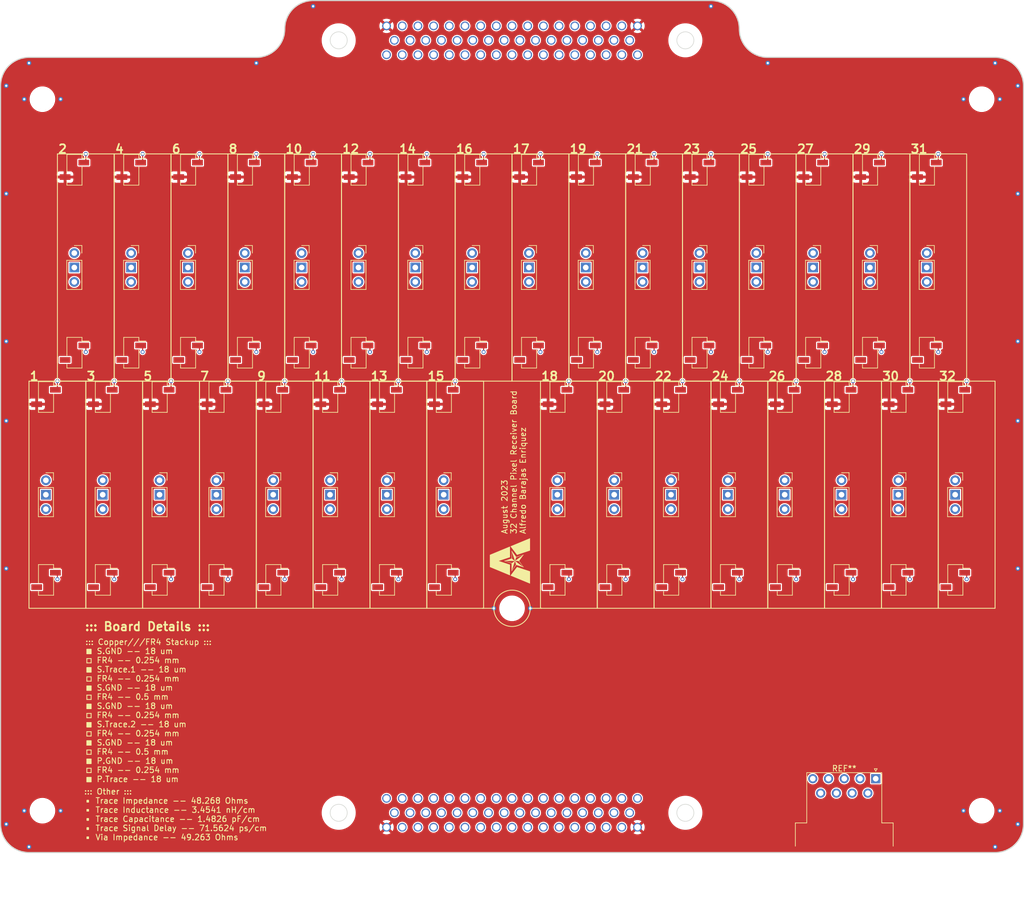
<source format=kicad_pcb>
(kicad_pcb (version 20221018) (generator pcbnew)
  (layers (0 "F.Cu" signal "S.Ground.Layer.Cu.1") (1 "In1.Cu" signal "In.Out.Trace.Layer.Cu.2") (2 "In2.Cu" signal "S.Ground.Layer.Cu.3") (3 "In3.Cu" signal "S.Ground.Layer.Cu.4") (4 "In4.Cu" signal "In.Out.Trace.Layer.Cu.5") (5 "In5.Cu" signal "S.Ground.Layer.Cu.6") (6 "In6.Cu" signal "P.Ground.Layer.Cu.7") (31 "B.Cu" signal "P.Trace.Layer.Cu.8") (34 "B.Paste" user) (35 "F.Paste" user) (36 "B.SilkS" user "B.Silkscreen") (37 "F.SilkS" user "F.Silkscreen") (38 "B.Mask" user) (39 "F.Mask" user) (44 "Edge.Cuts" user))
  (net 0 "")
  (net 1 "Signal.Ground")
  (net 2 "Power.Ground")
  (footprint "Connector_PinSocket_2.54mm:PinSocket_1x03_P2.54mm_Vertical" (layer "F.Cu") (at 182.975 57.458865)
    (fp_text reference "REF**83" hide)
    (fp_text value "PinSocket_1x03_P2.54mm_Vertical" hide)
  )
  (footprint "Connector_PinSocket_2.54mm:PinSocket_1x02_P2.54mm_Vertical_SMD_Pin1Right" (layer "F.Cu") (at 68 115)
    (fp_text reference "REF**19" hide)
    (fp_text value "PinSocket_1x02_P2.54mm_Vertical_SMD_Pin1Right" hide)
  )
  (footprint "Connector_PinSocket_2.54mm:PinSocket_1x02_P2.54mm_Vertical_SMD_Pin1Right" (layer "F.Cu") (at 198 115)
    (fp_text reference "REF**97" hide)
    (fp_text value "PinSocket_1x02_P2.54mm_Vertical_SMD_Pin1Right" hide)
  )
  (footprint "Connector_PinSocket_2.54mm:PinSocket_1x02_P2.54mm_Vertical_SMD_Pin1Right" (layer "F.Cu") (at 58 82.8)
    (fp_text reference "REF**15" hide)
    (fp_text value "PinSocket_1x02_P2.54mm_Vertical_SMD_Pin1Right" hide)
  )
  (footprint "Connector_PinSocket_2.54mm:PinSocket_1x02_P2.54mm_Vertical_SMD_Pin1Right" (layer "F.Cu") (at 63 42.8)
    (fp_text reference "REF**12" hide)
    (fp_text value "PinSocket_1x02_P2.54mm_Vertical_SMD_Pin1Right" hide)
  )
  (footprint "Connector_PinSocket_2.54mm:PinSocket_1x03_P2.54mm_Vertical" (layer "F.Cu") (at 82.975 57.458865)
    (fp_text reference "REF**23" hide)
    (fp_text value "PinSocket_1x03_P2.54mm_Vertical" hide)
  )
  (footprint "Connector_PinSocket_2.54mm:PinSocket_1x03_P2.54mm_Vertical" (layer "F.Cu") (at 42.975 57.458865)
    (fp_text reference "REF**" hide)
    (fp_text value "PinSocket_1x03_P2.54mm_Vertical" hide)
  )
  (footprint "Connector_PinSocket_2.54mm:PinSocket_1x03_P2.54mm_Vertical" (layer "F.Cu") (at 102.975 57.458865)
    (fp_text reference "REF**35" hide)
    (fp_text value "PinSocket_1x03_P2.54mm_Vertical" hide)
  )
  (footprint "Connector_PinSocket_2.54mm:PinSocket_1x03_P2.54mm_Vertical" (layer "F.Cu") (at 177.975 97.458865)
    (fp_text reference "REF**86" hide)
    (fp_text value "PinSocket_1x03_P2.54mm_Vertical" hide)
  )
  (footprint "Connector_PinSocket_2.54mm:PinSocket_1x03_P2.54mm_Vertical" (layer "F.Cu") (at 122.975 57.458865)
    (fp_text reference "REF**47" hide)
    (fp_text value "PinSocket_1x03_P2.54mm_Vertical" hide)
  )
  (footprint "Connector_PinSocket_2.54mm:PinSocket_1x02_P2.54mm_Vertical_SMD_Pin1Right" (layer "F.Cu") (at 103 42.8)
    (fp_text reference "REF**36" hide)
    (fp_text value "PinSocket_1x02_P2.54mm_Vertical_SMD_Pin1Right" hide)
  )
  (footprint "Connector_PinSocket_2.54mm:PinSocket_1x02_P2.54mm_Vertical_SMD_Pin1Right" (layer "F.Cu") (at 163 75)
    (fp_text reference "REF**70" hide)
    (fp_text value "PinSocket_1x02_P2.54mm_Vertical_SMD_Pin1Right" hide)
  )
  (footprint "Connector_PinSocket_2.54mm:PinSocket_1x02_P2.54mm_Vertical_SMD_Pin1Right" (layer "F.Cu") (at 158 115)
    (fp_text reference "REF**73" hide)
    (fp_text value "PinSocket_1x02_P2.54mm_Vertical_SMD_Pin1Right" hide)
  )
  (footprint "Connector_PinSocket_2.54mm:PinSocket_1x02_P2.54mm_Vertical_SMD_Pin1Right" (layer "F.Cu") (at 83 42.8)
    (fp_text reference "REF**24" hide)
    (fp_text value "PinSocket_1x02_P2.54mm_Vertical_SMD_Pin1Right" hide)
  )
  (footprint "Connector_PinSocket_2.54mm:PinSocket_1x02_P2.54mm_Vertical_SMD_Pin1Right" (layer "F.Cu") (at 143 42.8)
    (fp_text reference "REF**60" hide)
    (fp_text value "PinSocket_1x02_P2.54mm_Vertical_SMD_Pin1Right" hide)
  )
  (footprint "Connector_PinSocket_2.54mm:PinSocket_1x03_P2.54mm_Vertical" (layer "F.Cu") (at 152.975 57.458865)
    (fp_text reference "REF**65" hide)
    (fp_text value "PinSocket_1x03_P2.54mm_Vertical" hide)
  )
  (footprint "Connector_PinSocket_2.54mm:PinSocket_1x02_P2.54mm_Vertical_SMD_Pin1Right" (layer "F.Cu") (at 153 75)
    (fp_text reference "REF**64" hide)
    (fp_text value "PinSocket_1x02_P2.54mm_Vertical_SMD_Pin1Right" hide)
  )
  (footprint "Connector_PinSocket_2.54mm:PinSocket_1x03_P2.54mm_Vertical" (layer "F.Cu") (at 72.975 57.458865)
    (fp_text reference "REF**17" hide)
    (fp_text value "PinSocket_1x03_P2.54mm_Vertical" hide)
  )
  (footprint "Connector_PinSocket_2.54mm:PinSocket_1x03_P2.54mm_Vertical" (layer "F.Cu") (at 87.975 97.458865)
    (fp_text reference "REF**32" hide)
    (fp_text value "PinSocket_1x03_P2.54mm_Vertical" hide)
  )
  (footprint "MountingHole:MountingHole_4mm" (layer "F.Cu") (at 37.364 30.364)
    (fp_text reference "REF**" hide)
    (fp_text value "MountingHole_4mm" hide)
  )
  (footprint "Connector_PinSocket_2.54mm:PinSocket_1x03_P2.54mm_Vertical" (layer "F.Cu") (at 67.975 97.458865)
    (fp_text reference "REF**20" hide)
    (fp_text value "PinSocket_1x03_P2.54mm_Vertical" hide)
  )
  (footprint "Connector_PinSocket_2.54mm:PinSocket_1x02_P2.54mm_Vertical_SMD_Pin1Right" (layer "F.Cu") (at 198 82.8)
    (fp_text reference "REF**99" hide)
    (fp_text value "PinSocket_1x02_P2.54mm_Vertical_SMD_Pin1Right" hide)
  )
  (footprint "Connector_PinSocket_2.54mm:PinSocket_1x02_P2.54mm_Vertical_SMD_Pin1Right" (layer "F.Cu") (at 138 115)
    (fp_text reference "REF**61" hide)
    (fp_text value "PinSocket_1x02_P2.54mm_Vertical_SMD_Pin1Right" hide)
  )
  (footprint "Connector_PinSocket_2.54mm:PinSocket_1x02_P2.54mm_Vertical_SMD_Pin1Right" (layer "F.Cu") (at 48 82.8)
    (fp_text reference "REF**9" hide)
    (fp_text value "PinSocket_1x02_P2.54mm_Vertical_SMD_Pin1Right" hide)
  )
  (footprint "Connector_PinSocket_2.54mm:PinSocket_1x03_P2.54mm_Vertical" (layer "F.Cu") (at 147.975 97.458865)
    (fp_text reference "REF**68" hide)
    (fp_text value "PinSocket_1x03_P2.54mm_Vertical" hide)
  )
  (footprint "Connector_PinSocket_2.54mm:PinSocket_1x02_P2.54mm_Vertical_SMD_Pin1Right" (layer "F.Cu") (at 193 75)
    (fp_text reference "REF**88" hide)
    (fp_text value "PinSocket_1x02_P2.54mm_Vertical_SMD_Pin1Right" hide)
  )
  (footprint "Connector_PinSocket_2.54mm:PinSocket_1x02_P2.54mm_Vertical_SMD_Pin1Right" (layer "F.Cu") (at 143 75)
    (fp_text reference "REF**58" hide)
    (fp_text value "PinSocket_1x02_P2.54mm_Vertical_SMD_Pin1Right" hide)
  )
  (footprint "Connector_PinSocket_2.54mm:PinSocket_1x03_P2.54mm_Vertical" (layer "F.Cu") (at 192.975 57.458865)
    (fp_text reference "REF**89" hide)
    (fp_text value "PinSocket_1x03_P2.54mm_Vertical" hide)
  )
  (footprint "Connector_PinSocket_2.54mm:PinSocket_1x02_P2.54mm_Vertical_SMD_Pin1Right" (layer "F.Cu") (at 178 115)
    (fp_text reference "REF**85" hide)
    (fp_text value "PinSocket_1x02_P2.54mm_Vertical_SMD_Pin1Right" hide)
  )
  (footprint "Connector_PinSocket_2.54mm:PinSocket_1x02_P2.54mm_Vertical_SMD_Pin1Right" (layer "F.Cu") (at 78 115)
    (fp_text reference "REF**25" hide)
    (fp_text value "PinSocket_1x02_P2.54mm_Vertical_SMD_Pin1Right" hide)
  )
  (footprint "1.Local.Library:CONN D-SUB PLUG 50POS RA SLDR" (layer "F.Cu") (at 120 20)
    (fp_text reference "REF**" hide)
    (fp_text value "CONN D-SUB PLUG 50POS RA SLDR" hide)
    (fp_circle (center -30.5 0) (end -29 0) (stroke (width 0.1)) (fill none) (layer "Edge.Cuts"))
    (fp_circle (center 30.5 0) (end 32 0) (stroke (width 0.1)) (fill none) (layer "Edge.Cuts"))
  )
  (footprint "Connector_PinSocket_2.54mm:PinSocket_1x02_P2.54mm_Vertical_SMD_Pin1Right" (layer "F.Cu") (at 88 115)
    (fp_text reference "REF**31" hide)
    (fp_text value "PinSocket_1x02_P2.54mm_Vertical_SMD_Pin1Right" hide)
  )
  (footprint "Connector_PinSocket_2.54mm:PinSocket_1x03_P2.54mm_Vertical" (layer "F.Cu") (at 127.975 97.458865)
    (fp_text reference "REF**56" hide)
    (fp_text value "PinSocket_1x03_P2.54mm_Vertical" hide)
  )
  (footprint "Connector_PinSocket_2.54mm:PinSocket_1x02_P2.54mm_Vertical_SMD_Pin1Right" (layer "F.Cu") (at 148 115)
    (fp_text reference "REF**67" hide)
    (fp_text value "PinSocket_1x02_P2.54mm_Vertical_SMD_Pin1Right" hide)
  )
  (footprint "Connector_PinSocket_2.54mm:PinSocket_1x03_P2.54mm_Vertical" (layer "F.Cu") (at 62.975 57.458865)
    (fp_text reference "REF**11" hide)
    (fp_text value "PinSocket_1x03_P2.54mm_Vertical" hide)
  )
  (footprint "Connector_PinSocket_2.54mm:PinSocket_1x03_P2.54mm_Vertical" (layer "F.Cu") (at 167.975 97.458865)
    (fp_text reference "REF**80" hide)
    (fp_text value "PinSocket_1x03_P2.54mm_Vertical" hide)
  )
  (footprint "Connector_PinSocket_2.54mm:PinSocket_1x02_P2.54mm_Vertical_SMD_Pin1Right" (layer "F.Cu") (at 53 75)
    (fp_text reference "REF**4" hide)
    (fp_text value "PinSocket_1x02_P2.54mm_Vertical_SMD_Pin1Right" hide)
  )
  (footprint "Connector_PinSocket_2.54mm:PinSocket_1x02_P2.54mm_Vertical_SMD_Pin1Right" (layer "F.Cu") (at 73 42.8)
    (fp_text reference "REF**18" hide)
    (fp_text value "PinSocket_1x02_P2.54mm_Vertical_SMD_Pin1Right" hide)
  )
  (footprint "Connector_PinSocket_2.54mm:PinSocket_1x02_P2.54mm_Vertical_SMD_Pin1Right" (layer "F.Cu") (at 83 75)
    (fp_text reference "REF**22" hide)
    (fp_text value "PinSocket_1x02_P2.54mm_Vertical_SMD_Pin1Right" hide)
  )
  (footprint "Connector_PinSocket_2.54mm:PinSocket_1x02_P2.54mm_Vertical_SMD_Pin1Right" (layer "F.Cu") (at 153 42.8)
    (fp_text reference "REF**66" hide)
    (fp_text value "PinSocket_1x02_P2.54mm_Vertical_SMD_Pin1Right" hide)
  )
  (footprint "Connector_PinSocket_2.54mm:PinSocket_1x02_P2.54mm_Vertical_SMD_Pin1Right" (layer "F.Cu") (at 93 75)
    (fp_text reference "REF**28" hide)
    (fp_text value "PinSocket_1x02_P2.54mm_Vertical_SMD_Pin1Right" hide)
  )
  (footprint "Connector_PinSocket_2.54mm:PinSocket_1x03_P2.54mm_Vertical" (layer "F.Cu") (at 107.975 97.458865)
    (fp_text reference "REF**44" hide)
    (fp_text value "PinSocket_1x03_P2.54mm_Vertical" hide)
  )
  (footprint "Connector_PinSocket_2.54mm:PinSocket_1x02_P2.54mm_Vertical_SMD_Pin1Right" (layer "F.Cu") (at 78 82.8)
    (fp_text reference "REF**27" hide)
    (fp_text value "PinSocket_1x02_P2.54mm_Vertical_SMD_Pin1Right" hide)
  )
  (footprint "Connector_PinSocket_2.54mm:PinSocket_1x03_P2.54mm_Vertical" (layer "F.Cu") (at 187.975 97.458865)
    (fp_text reference "REF**92" hide)
    (fp_text value "PinSocket_1x03_P2.54mm_Vertical" hide)
  )
  (footprint "Connector_PinSocket_2.54mm:PinSocket_1x02_P2.54mm_Vertical_SMD_Pin1Right" (layer "F.Cu") (at 38 82.8)
    (fp_text reference "REF**3" hide)
    (fp_text value "PinSocket_1x02_P2.54mm_Vertical_SMD_Pin1Right" hide)
  )
  (footprint "Connector_PinSocket_2.54mm:PinSocket_1x03_P2.54mm_Vertical" (layer "F.Cu") (at 162.975 57.458865)
    (fp_text reference "REF**71" hide)
    (fp_text value "PinSocket_1x03_P2.54mm_Vertical" hide)
  )
  (footprint "Connector_PinSocket_2.54mm:PinSocket_1x02_P2.54mm_Vertical_SMD_Pin1Right" (layer "F.Cu") (at 168 82.8)
    (fp_text reference "REF**81" hide)
    (fp_text value "PinSocket_1x02_P2.54mm_Vertical_SMD_Pin1Right" hide)
  )
  (footprint "Connector_PinSocket_2.54mm:PinSocket_1x02_P2.54mm_Vertical_SMD_Pin1Right" (layer "F.Cu") (at 148 82.8)
    (fp_text reference "REF**69" hide)
    (fp_text value "PinSocket_1x02_P2.54mm_Vertical_SMD_Pin1Right" hide)
  )
  (footprint "Connector_PinSocket_2.54mm:PinSocket_1x02_P2.54mm_Vertical_SMD_Pin1Right" (layer "F.Cu") (at 48 115)
    (fp_text reference "REF**7" hide)
    (fp_text value "PinSocket_1x02_P2.54mm_Vertical_SMD_Pin1Right" hide)
  )
  (footprint "Connector_PinSocket_2.54mm:PinSocket_1x02_P2.54mm_Vertical_SMD_Pin1Right" (layer "F.Cu") (at 73 75)
    (fp_text reference "REF**16" hide)
    (fp_text value "PinSocket_1x02_P2.54mm_Vertical_SMD_Pin1Right" hide)
  )
  (footprint "Connector_PinSocket_2.54mm:PinSocket_1x02_P2.54mm_Vertical_SMD_Pin1Right" (layer "F.Cu") (at 178 82.8)
    (fp_text reference "REF**87" hide)
    (fp_text value "PinSocket_1x02_P2.54mm_Vertical_SMD_Pin1Right" hide)
  )
  (footprint "Connector_PinSocket_2.54mm:PinSocket_1x02_P2.54mm_Vertical_SMD_Pin1Right" (layer "F.Cu") (at 123 42.8)
    (fp_text reference "REF**48" hide)
    (fp_text value "PinSocket_1x02_P2.54mm_Vertical_SMD_Pin1Right" hide)
  )
  (footprint "Connector_PinSocket_2.54mm:PinSocket_1x02_P2.54mm_Vertical_SMD_Pin1Right" (layer "F.Cu") (at 38 115)
    (fp_text reference "REF**1" hide)
    (fp_text value "PinSocket_1x02_P2.54mm_Vertical_SMD_Pin1Right" hide)
  )
  (footprint "Connector_PinSocket_2.54mm:PinSocket_1x02_P2.54mm_Vertical_SMD_Pin1Right" (layer "F.Cu") (at 93 42.8)
    (fp_text reference "REF**30" hide)
    (fp_text value "PinSocket_1x02_P2.54mm_Vertical_SMD_Pin1Right" hide)
  )
  (footprint "Connector_PinSocket_2.54mm:PinSocket_1x02_P2.54mm_Vertical_SMD_Pin1Right" (layer "F.Cu") (at 68 82.8)
    (fp_text reference "REF**21" hide)
    (fp_text value "PinSocket_1x02_P2.54mm_Vertical_SMD_Pin1Right" hide)
  )
  (footprint "LOGO" (layer "F.Cu") (at 119.629638 111.660112 90)
    (fp_text reference "G***" hide)
    (fp_text value "LOGO" hide)
  )
  (footprint "Connector_PinSocket_2.54mm:PinSocket_1x03_P2.54mm_Vertical" (layer "F.Cu") (at 197.975 97.458865)
    (fp_text reference "REF**98" hide)
    (fp_text value "PinSocket_1x03_P2.54mm_Vertical" hide)
  )
  (footprint "Connector_PinSocket_2.54mm:PinSocket_1x02_P2.54mm_Vertical_SMD_Pin1Right" (layer "F.Cu") (at 53 42.8)
    (fp_text reference "REF**6" hide)
    (fp_text value "PinSocket_1x02_P2.54mm_Vertical_SMD_Pin1Right" hide)
  )
  (footprint "Connector_PinSocket_2.54mm:PinSocket_1x02_P2.54mm_Vertical_SMD_Pin1Right" (layer "F.Cu") (at 98 115)
    (fp_text reference "REF**37" hide)
    (fp_text value "PinSocket_1x02_P2.54mm_Vertical_SMD_Pin1Right" hide)
  )
  (footprint "Connector_PinSocket_2.54mm:PinSocket_1x02_P2.54mm_Vertical_SMD_Pin1Right" (layer "F.Cu") (at 158 82.8)
    (fp_text reference "REF**75" hide)
    (fp_text value "PinSocket_1x02_P2.54mm_Vertical_SMD_Pin1Right" hide)
  )
  (footprint "Connector_PinSocket_2.54mm:PinSocket_1x02_P2.54mm_Vertical_SMD_Pin1Right" (layer "F.Cu") (at 43 42.8)
    (fp_text reference "REF**" hide)
    (fp_text value "PinSocket_1x02_P2.54mm_Vertical_SMD_Pin1Right" hide)
  )
  (footprint "Connector_PinSocket_2.54mm:PinSocket_1x03_P2.54mm_Vertical" (layer "F.Cu") (at 137.975 97.458865)
    (fp_text reference "REF**62" hide)
    (fp_text value "PinSocket_1x03_P2.54mm_Vertical" hide)
  )
  (footprint "Connector_Dsub:DSUB-9_Female_Horizontal_P2.77x2.54mm_EdgePinOffset9.40mm" (layer "F.Cu") (at 184 150)
    (fp_text reference "REF**")
    (fp_text value "DSUB-9_Female_Horizontal_P2.77x2.54mm_EdgePinOffset9.40mm")
  )
  (footprint "Connector_PinSocket_2.54mm:PinSocket_1x02_P2.54mm_Vertical_SMD_Pin1Right" (layer "F.Cu") (at 128 115)
    (fp_text reference "REF**55" hide)
    (fp_text value "PinSocket_1x02_P2.54mm_Vertical_SMD_Pin1Right" hide)
  )
  (footprint "Connector_PinSocket_2.54mm:PinSocket_1x02_P2.54mm_Vertical_SMD_Pin1Right" (layer "F.Cu") (at 43 75)
    (fp_text reference "REF**" hide)
    (fp_text value "PinSocket_1x02_P2.54mm_Vertical_SMD_Pin1Right" hide)
  )
  (footprint "Connector_PinSocket_2.54mm:PinSocket_1x02_P2.54mm_Vertical_SMD_Pin1Right" (layer "F.Cu") (at 108 82.8)
    (fp_text reference "REF**45" hide)
    (fp_text value "PinSocket_1x02_P2.54mm_Vertical_SMD_Pin1Right" hide)
  )
  (footprint "Connector_PinSocket_2.54mm:PinSocket_1x02_P2.54mm_Vertical_SMD_Pin1Right" (layer "F.Cu") (at 133 75)
    (fp_text reference "REF**52" hide)
    (fp_text value "PinSocket_1x02_P2.54mm_Vertical_SMD_Pin1Right" hide)
  )
  (footprint "Connector_PinSocket_2.54mm:PinSocket_1x02_P2.54mm_Vertical_SMD_Pin1Right" (layer "F.Cu") (at 138 82.8)
    (fp_text reference "REF**63" hide)
    (fp_text value "PinSocket_1x02_P2.54mm_Vertical_SMD_Pin1Right" hide)
  )
  (footprint "Connector_PinSocket_2.54mm:PinSocket_1x02_P2.54mm_Vertical_SMD_Pin1Right" (layer "F.Cu") (at 98 82.8)
    (fp_text reference "REF**39" hide)
    (fp_text value "PinSocket_1x02_P2.54mm_Vertical_SMD_Pin1Right" hide)
  )
  (footprint "MountingHole:MountingHole_4mm" (layer "F.Cu") (at 120 120)
    (fp_text reference "REF**" hide)
    (fp_text value "MountingHole_4mm" hide)
  )
  (footprint "Connector_PinSocket_2.54mm:PinSocket_1x02_P2.54mm_Vertical_SMD_Pin1Right" (layer "F.Cu") (at 128 82.8)
    (fp_text reference "REF**57" hide)
    (fp_text value "PinSocket_1x02_P2.54mm_Vertical_SMD_Pin1Right" hide)
  )
  (footprint "Connector_PinSocket_2.54mm:PinSocket_1x02_P2.54mm_Vertical_SMD_Pin1Right" (layer "F.Cu") (at 188 115)
    (fp_text reference "REF**91" hide)
    (fp_text value "PinSocket_1x02_P2.54mm_Vertical_SMD_Pin1Right" hide)
  )
  (footprint "Connector_PinSocket_2.54mm:PinSocket_1x02_P2.54mm_Vertical_SMD_Pin1Right" (layer "F.Cu") (at 123 75)
    (fp_text reference "REF**46" hide)
    (fp_text value "PinSocket_1x02_P2.54mm_Vertical_SMD_Pin1Right" hide)
  )
  (footprint "Connector_PinSocket_2.54mm:PinSocket_1x02_P2.54mm_Vertical_SMD_Pin1Right" (layer "F.Cu") (at 188 82.8)
    (fp_text reference "REF**93" hide)
    (fp_text value "PinSocket_1x02_P2.54mm_Vertical_SMD_Pin1Right" hide)
  )
  (footprint "Connector_PinSocket_2.54mm:PinSocket_1x03_P2.54mm_Vertical" (layer "F.Cu") (at 132.975 57.458865)
    (fp_text reference "REF**53" hide)
    (fp_text value "PinSocket_1x03_P2.54mm_Vertical" hide)
  )
  (footprint "Connector_PinSocket_2.54mm:PinSocket_1x02_P2.54mm_Vertical_SMD_Pin1Right" (layer "F.Cu") (at 63 75)
    (fp_text reference "REF**10" hide)
    (fp_text value "PinSocket_1x02_P2.54mm_Vertical_SMD_Pin1Right" hide)
  )
  (footprint "Connector_PinSocket_2.54mm:PinSocket_1x02_P2.54mm_Vertical_SMD_Pin1Right" (layer "F.Cu") (at 168 115)
    (fp_text reference "REF**79" hide)
    (fp_text value "PinSocket_1x02_P2.54mm_Vertical_SMD_Pin1Right" hide)
  )
  (footprint "Connector_PinSocket_2.54mm:PinSocket_1x02_P2.54mm_Vertical_SMD_Pin1Right" (layer "F.Cu") (at 163 42.8)
    (fp_text reference "REF**72" hide)
    (fp_text value "PinSocket_1x02_P2.54mm_Vertical_SMD_Pin1Right" hide)
  )
  (footprint "Connector_PinSocket_2.54mm:PinSocket_1x02_P2.54mm_Vertical_SMD_Pin1Right" (layer "F.Cu") (at 193 42.8)
    (fp_text reference "REF**90" hide)
    (fp_text value "PinSocket_1x02_P2.54mm_Vertical_SMD_Pin1Right" hide)
  )
  (footprint "Connector_PinSocket_2.54mm:PinSocket_1x03_P2.54mm_Vertical" (layer "F.Cu") (at 57.975 97.458865)
    (fp_text reference "REF**14" hide)
    (fp_text value "PinSocket_1x03_P2.54mm_Vertical" hide)
  )
  (footprint "Connector_PinSocket_2.54mm:PinSocket_1x03_P2.54mm_Vertical" (layer "F.Cu") (at 112.975 57.458865)
    (fp_text reference "REF**41" hide)
    (fp_text value "PinSocket_1x03_P2.54mm_Vertical" hide)
  )
  (footprint "Connector_PinSocket_2.54mm:PinSocket_1x02_P2.54mm_Vertical_SMD_Pin1Right" (layer "F.Cu") (at 113 75)
    (fp_text reference "REF**40" hide)
    (fp_text value "PinSocket_1x02_P2.54mm_Vertical_SMD_Pin1Right" hide)
  )
  (footprint "Connector_PinSocket_2.54mm:PinSocket_1x02_P2.54mm_Vertical_SMD_Pin1Right" (layer "F.Cu") (at 173 42.8)
    (fp_text reference "REF**78" hide)
    (fp_text value "PinSocket_1x02_P2.54mm_Vertical_SMD_Pin1Right" hide)
  )
  (footprint "Connector_PinSocket_2.54mm:PinSocket_1x02_P2.54mm_Vertical_SMD_Pin1Right" (layer "F.Cu") (at 88 82.8)
    (fp_text reference "REF**33" hide)
    (fp_text value "PinSocket_1x02_P2.54mm_Vertical_SMD_Pin1Right" hide)
  )
  (footprint "Connector_PinSocket_2.54mm:PinSocket_1x03_P2.54mm_Vertical" (layer "F.Cu") (at 172.975 57.458865)
    (fp_text reference "REF**77" hide)
    (fp_text value "PinSocket_1x03_P2.54mm_Vertical" hide)
  )
  (footprint "Connector_PinSocket_2.54mm:PinSocket_1x03_P2.54mm_Vertical" (layer "F.Cu") (at 157.975 97.458865)
    (fp_text reference "REF**74" hide)
    (fp_text value "PinSocket_1x03_P2.54mm_Vertical" hide)
  )
  (footprint "Connector_PinSocket_2.54mm:PinSocket_1x03_P2.54mm_Vertical" (layer "F.Cu") (at 97.975 97.458865)
    (fp_text reference "REF**38" hide)
    (fp_text value "PinSocket_1x03_P2.54mm_Vertical" hide)
  )
  (footprint "Connector_PinSocket_2.54mm:PinSocket_1x02_P2.54mm_Vertical_SMD_Pin1Right" (layer "F.Cu") (at 103 75)
    (fp_text reference "REF**34" hide)
    (fp_text value "PinSocket_1x02_P2.54mm_Vertical_SMD_Pin1Right" hide)
  )
  (footprint "1.Local.Library:CONN D-SUB PLUG 50POS RA SLDR" (layer "F.Cu") (at 120 156 180)
    (fp_text reference "REF**" hide)
    (fp_text value "CONN D-SUB PLUG 50POS RA SLDR" hide)
    (fp_circle (center -30.5 0) (end -29 0) (stroke (width 0.1)) (fill none) (layer "Edge.Cuts"))
    (fp_circle (center 30.5 0) (end 32 0) (stroke (width 0.1)) (fill none) (layer "Edge.Cuts"))
  )
  (footprint "Connector_PinSocket_2.54mm:PinSocket_1x02_P2.54mm_Vertical_SMD_Pin1Right" (layer "F.Cu") (at 113 42.8)
    (fp_text reference "REF**42" hide)
    (fp_text value "PinSocket_1x02_P2.54mm_Vertical_SMD_Pin1Right" hide)
  )
  (footprint "Connector_PinSocket_2.54mm:PinSocket_1x03_P2.54mm_Vertical" (layer "F.Cu") (at 92.975 57.458865)
    (fp_text reference "REF**29" hide)
    (fp_text value "PinSocket_1x03_P2.54mm_Vertical" hide)
  )
  (footprint "Connector_PinSocket_2.54mm:PinSocket_1x03_P2.54mm_Vertical" (layer "F.Cu") (at 47.975 97.458865)
    (fp_text reference "REF**8" hide)
    (fp_text value "PinSocket_1x03_P2.54mm_Vertical" hide)
  )
  (footprint "Connector_PinSocket_2.54mm:PinSocket_1x02_P2.54mm_Vertical_SMD_Pin1Right" (layer "F.Cu") (at 133 42.8)
    (fp_text reference "REF**54" hide)
    (fp_text value "PinSocket_1x02_P2.54mm_Vertical_SMD_Pin1Right" hide)
  )
  (footprint "Connector_PinSocket_2.54mm:PinSocket_1x03_P2.54mm_Vertical" (layer "F.Cu") (at 52.975 57.458865)
    (fp_text reference "REF**5" hide)
    (fp_text value "PinSocket_1x03_P2.54mm_Vertical" hide)
  )
  (footprint "Connector_PinSocket_2.54mm:PinSocket_1x03_P2.54mm_Vertical" (layer "F.Cu") (at 142.975 57.458865)
    (fp_text reference "REF**59" hide)
    (fp_text value "PinSocket_1x03_P2.54mm_Vertical" hide)
  )
  (footprint "Connector_PinSocket_2.54mm:PinSocket_1x03_P2.54mm_Vertical" (layer "F.Cu") (at 37.975 97.458865)
    (fp_text reference "REF**2" hide)
    (fp_text value "PinSocket_1x03_P2.54mm_Vertical" hide)
  )
  (footprint "Connector_PinSocket_2.54mm:PinSocket_1x02_P2.54mm_Vertical_SMD_Pin1Right" (layer "F.Cu") (at 58 115)
    (fp_text reference "REF**13" hide)
    (fp_text value "PinSocket_1x02_P2.54mm_Vertical_SMD_Pin1Right" hide)
  )
  (footprint "Connector_PinSocket_2.54mm:PinSocket_1x02_P2.54mm_Vertical_SMD_Pin1Right" (layer "F.Cu") (at 183 42.8)
    (fp_text reference "REF**84" hide)
    (fp_text value "PinSocket_1x02_P2.54mm_Vertical_SMD_Pin1Right" hide)
  )
  (footprint "Connector_PinSocket_2.54mm:PinSocket_1x02_P2.54mm_Vertical_SMD_Pin1Right" (layer "F.Cu") (at 173 75)
    (fp_text reference "REF**76" hide)
    (fp_text value "PinSocket_1x02_P2.54mm_Vertical_SMD_Pin1Right" hide)
  )
  (footprint "Connector_PinSocket_2.54mm:PinSocket_1x03_P2.54mm_Vertical" (layer "F.Cu") (at 77.975 97.458865)
    (fp_text reference "REF**26" hide)
    (fp_text value "PinSocket_1x03_P2.54mm_Vertical" hide)
  )
  (footprint "Connector_PinSocket_2.54mm:PinSocket_1x02_P2.54mm_Vertical_SMD_Pin1Right" (layer "F.Cu") (at 108 115)
    (fp_text reference "REF**43" hide)
    (fp_text value "PinSocket_1x02_P2.54mm_Vertical_SMD_Pin1Right" hide)
  )
  (footprint "Connector_PinSocket_2.54mm:PinSocket_1x02_P2.54mm_Vertical_SMD_Pin1Right" (layer "F.Cu") (at 183 75)
    (fp_text reference "REF**82" hide)
    (fp_text value "PinSocket_1x02_P2.54mm_Vertical_SMD_Pin1Right" hide)
  )
  (footprint "MountingHole:MountingHole_4mm" (layer "B.Cu") (at 202.636 155.635964 180)
    (fp_text reference "REF**" hide)
    (fp_text value "MountingHole_4mm" hide)
  )
  (footprint "MountingHole:MountingHole_4mm" (layer "B.Cu") (at 37.364036 155.636)
    (fp_text reference "REF**" hide)
    (fp_text value "MountingHole_4mm" hide)
  )
  (footprint "MountingHole:MountingHole_4mm" (layer "B.Cu") (at 202.636 30.364 180)
    (fp_text reference "REF**" hide)
    (fp_text value "MountingHole_4mm" hide)
  )
  (gr_rect (start 105 80) (end 115 120) (stroke (width 0.15)) (fill none) (layer "F.SilkS"))
  (gr_rect (start 140 40) (end 150 80) (stroke (width 0.15)) (fill none) (layer "F.SilkS"))
  (gr_rect (start 45 80) (end 55 120) (stroke (width 0.15)) (fill none) (layer "F.SilkS"))
  (gr_rect (start 65 80) (end 75 120) (stroke (width 0.15)) (fill none) (layer "F.SilkS"))
  (gr_rect (start 155 80) (end 165 120) (stroke (width 0.15)) (fill none) (layer "F.SilkS"))
  (gr_rect (start 150 40) (end 160 80) (stroke (width 0.15)) (fill none) (layer "F.SilkS"))
  (gr_rect (start 195 80) (end 205 120) (stroke (width 0.15)) (fill none) (layer "F.SilkS"))
  (gr_rect (start 165 80) (end 175 120) (stroke (width 0.15)) (fill none) (layer "F.SilkS"))
  (gr_line (start 125.2 120) (end 123.2 120) (stroke (width 0.15)) (layer "F.SilkS"))
  (gr_rect (start 35 80) (end 45 120) (stroke (width 0.15)) (fill none) (layer "F.SilkS"))
  (gr_rect (start 50 40) (end 60 80) (stroke (width 0.15)) (fill none) (layer "F.SilkS"))
  (gr_rect (start 185 80) (end 195 120) (stroke (width 0.15)) (fill none) (layer "F.SilkS"))
  (gr_rect (start 170 40) (end 180 80) (stroke (width 0.15)) (fill none) (layer "F.SilkS"))
  (gr_rect (start 80 40) (end 90 80) (stroke (width 0.15)) (fill none) (layer "F.SilkS"))
  (gr_rect (start 75 80) (end 85 120) (stroke (width 0.15)) (fill none) (layer "F.SilkS"))
  (gr_rect (start 135 80) (end 145 120) (stroke (width 0.15)) (fill none) (layer "F.SilkS"))
  (gr_rect (start 55 80) (end 65 120) (stroke (width 0.15)) (fill none) (layer "F.SilkS"))
  (gr_rect (start 120 40) (end 130 80) (stroke (width 0.15)) (fill none) (layer "F.SilkS"))
  (gr_rect (start 130 40) (end 140 80) (stroke (width 0.15)) (fill none) (layer "F.SilkS"))
  (gr_rect (start 125 80) (end 135 120) (stroke (width 0.15)) (fill none) (layer "F.SilkS"))
  (gr_rect (start 180 40) (end 190 80) (stroke (width 0.15)) (fill none) (layer "F.SilkS"))
  (gr_rect (start 100 40) (end 110 80) (stroke (width 0.15)) (fill none) (layer "F.SilkS"))
  (gr_rect (start 40 40) (end 50 80) (stroke (width 0.15)) (fill none) (layer "F.SilkS"))
  (gr_rect (start 95 80) (end 105 120) (stroke (width 0.15)) (fill none) (layer "F.SilkS"))
  (gr_rect (start 160 40) (end 170 80) (stroke (width 0.15)) (fill none) (layer "F.SilkS"))
  (gr_rect (start 110 40) (end 120 80) (stroke (width 0.15)) (fill none) (layer "F.SilkS"))
  (gr_rect (start 85 80) (end 95 120) (stroke (width 0.15)) (fill none) (layer "F.SilkS"))
  (gr_rect (start 60 40) (end 70 80) (stroke (width 0.15)) (fill none) (layer "F.SilkS"))
  (gr_rect (start 175 80) (end 185 120) (stroke (width 0.15)) (fill none) (layer "F.SilkS"))
  (gr_rect (start 145 80) (end 155 120) (stroke (width 0.15)) (fill none) (layer "F.SilkS"))
  (gr_circle (center 120 120) (end 123.2 120) (stroke (width 0.15)) (fill none) (layer "F.SilkS"))
  (gr_rect (start 70 40) (end 80 80) (stroke (width 0.15)) (fill none) (layer "F.SilkS"))
  (gr_rect (start 90 40) (end 100 80) (stroke (width 0.15)) (fill none) (layer "F.SilkS"))
  (gr_rect (start 190 40) (end 200 80) (stroke (width 0.15)) (fill none) (layer "F.SilkS"))
  (gr_line (start 116.8 120) (end 114.8 120) (stroke (width 0.15)) (layer "F.SilkS"))
  (gr_poly (pts (arc (start 160 18) (mid 161.464466 21.535534) (end 165 23)) (arc (start 205 23) (mid 208.535534 24.464466) (end 210 28)) (arc (start 210 158) (mid 208.535534 161.535534) (end 205 163)) (arc (start 35 163) (mid 31.464466 161.535534) (end 30 158)) (arc (start 30 28) (mid 31.464466 24.464466) (end 35 23)) (arc (start 75 23) (mid 78.535534 21.535534) (end 80 18)) (arc (start 80 18) (mid 81.464466 14.464466) (end 85 13)) (arc (start 155 13) (mid 158.535534 14.464466) (end 160 18))) (stroke (width 0.2)) (fill none) (layer "Edge.Cuts"))
  (gr_text "8" (at 70 40) (layer "F.SilkS") (effects (font (size 1.5 1.5) (thickness 0.3) bold) (justify left bottom)))
  (gr_text "14" (at 100 40) (layer "F.SilkS") (effects (font (size 1.5 1.5) (thickness 0.3) bold) (justify left bottom)))
  (gr_text "32" (at 195 80) (layer "F.SilkS") (effects (font (size 1.5 1.5) (thickness 0.3) bold) (justify left bottom)))
  (gr_text "17" (at 120 40) (layer "F.SilkS") (effects (font (size 1.5 1.5) (thickness 0.3) bold) (justify left bottom)))
  (gr_text "9" (at 75 80) (layer "F.SilkS") (effects (font (size 1.5 1.5) (thickness 0.3) bold) (justify left bottom)))
  (gr_text "16" (at 110 40) (layer "F.SilkS") (effects (font (size 1.5 1.5) (thickness 0.3) bold) (justify left bottom)))
  (gr_text "11" (at 85 80) (layer "F.SilkS") (effects (font (size 1.5 1.5) (thickness 0.3) bold) (justify left bottom)))
  (gr_text "::: Copper///FR4 Stackup ::: \n■ S.GND -- 18 um\n□ FR4 -- 0.254 mm\n■ S.Trace.1 -- 18 um\n□ FR4 -- 0.254 mm\n■ S.GND -- 18 um\n□ FR4 -- 0.5 mm\n■ S.GND -- 18 um\n□ FR4 -- 0.254 mm\n■ S.Trace.2 -- 18 um\n□ FR4 -- 0.254 mm\n■ S.GND -- 18 um\n□ FR4 -- 0.5 mm\n■ P.GND -- 18 um\n□ FR4 -- 0.254 mm\n■ P.Trace -- 18 um\n" (at 44.842 150.667) (layer "F.SilkS") (effects (font (size 1 1)) (justify left bottom)))
  (gr_text "29" (at 180 40) (layer "F.SilkS") (effects (font (size 1.5 1.5) (thickness 0.3) bold) (justify left bottom)))
  (gr_text "28" (at 175 80) (layer "F.SilkS") (effects (font (size 1.5 1.5) (thickness 0.3) bold) (justify left bottom)))
  (gr_text "30" (at 185 80) (layer "F.SilkS") (effects (font (size 1.5 1.5) (thickness 0.3) bold) (justify left bottom)))
  (gr_text "7" (at 65 80) (layer "F.SilkS") (effects (font (size 1.5 1.5) (thickness 0.3) bold) (justify left bottom)))
  (gr_text "31" (at 190 40) (layer "F.SilkS") (effects (font (size 1.5 1.5) (thickness 0.3) bold) (justify left bottom)))
  (gr_text "20" (at 135 80) (layer "F.SilkS") (effects (font (size 1.5 1.5) (thickness 0.3) bold) (justify left bottom)))
  (gr_text "18" (at 125 80) (layer "F.SilkS") (effects (font (size 1.5 1.5) (thickness 0.3) bold) (justify left bottom)))
  (gr_text "6" (at 60 40) (layer "F.SilkS") (effects (font (size 1.5 1.5) (thickness 0.3) bold) (justify left bottom)))
  (gr_text "26" (at 165 80) (layer "F.SilkS") (effects (font (size 1.5 1.5) (thickness 0.3) bold) (justify left bottom)))
  (gr_text "21" (at 140 40) (layer "F.SilkS") (effects (font (size 1.5 1.5) (thickness 0.3) bold) (justify left bottom)))
  (gr_text "::: Board Details :::\n" (at 44.697 124.093) (layer "F.SilkS") (effects (font (size 1.5 1.5) (thickness 0.3) bold) (justify left bottom)))
  (gr_text "1" (at 35 80) (layer "F.SilkS") (effects (font (size 1.5 1.5) (thickness 0.3) bold) (justify left bottom)))
  (gr_text "24" (at 155 80) (layer "F.SilkS") (effects (font (size 1.5 1.5) (thickness 0.3) bold) (justify left bottom)))
  (gr_text "4" (at 50 40) (layer "F.SilkS") (effects (font (size 1.5 1.5) (thickness 0.3) bold) (justify left bottom)))
  (gr_text "August 2023\n32 Channel Pixel Receiver Board\nAlfredo Barajas Enriquez\n" (at 122.5 107 90) (layer "F.SilkS") (effects (font (size 1 1)) (justify left bottom)))
  (gr_text "13" (at 95 80) (layer "F.SilkS") (effects (font (size 1.5 1.5) (thickness 0.3) bold) (justify left bottom)))
  (gr_text "12" (at 90 40) (layer "F.SilkS") (effects (font (size 1.5 1.5) (thickness 0.3) bold) (justify left bottom)))
  (gr_text "::: Other ::: \n▪ Trace Impedance -- 48.268 Ohms\n▪ Trace Inductance -- 3.4541 nH/cm\n▪ Trace Capacitance -- 1.4826 pF/cm\n▪ Trace Signal Delay -- 71.5624 ps/cm\n▪ Via Impedance -- 49.263 Ohms" (at 44.625 160.904) (layer "F.SilkS") (effects (font (size 1 1)) (justify left bottom)))
  (gr_text "2" (at 40 40) (layer "F.SilkS") (effects (font (size 1.5 1.5) (thickness 0.3) bold) (justify left bottom)))
  (gr_text "19" (at 130 40) (layer "F.SilkS") (effects (font (size 1.5 1.5) (thickness 0.3) bold) (justify left bottom)))
  (gr_text "22" (at 145 80) (layer "F.SilkS") (effects (font (size 1.5 1.5) (thickness 0.3) bold) (justify left bottom)))
  (gr_text "23" (at 150 40) (layer "F.SilkS") (effects (font (size 1.5 1.5) (thickness 0.3) bold) (justify left bottom)))
  (gr_text "5" (at 55 80) (layer "F.SilkS") (effects (font (size 1.5 1.5) (thickness 0.3) bold) (justify left bottom)))
  (gr_text "15" (at 105 80) (layer "F.SilkS") (effects (font (size 1.5 1.5) (thickness 0.3) bold) (justify left bottom)))
  (gr_text "27" (at 170 40) (layer "F.SilkS") (effects (font (size 1.5 1.5) (thickness 0.3) bold) (justify left bottom)))
  (gr_text "3" (at 45 80) (layer "F.SilkS") (effects (font (size 1.5 1.5) (thickness 0.3) bold) (justify left bottom)))
  (gr_text "10" (at 80 40) (layer "F.SilkS") (effects (font (size 1.5 1.5) (thickness 0.3) bold) (justify left bottom)))
  (gr_text "25" (at 160 40) (layer "F.SilkS") (effects (font (size 1.5 1.5) (thickness 0.3) bold) (justify left bottom)))
  (segment (start 90 114.873) (end 90 114.08) (width 0.19) (layer "F.Cu") (net 0))
  (segment (start 50 80) (end 50 81.18) (width 0.19) (layer "F.Cu") (net 0))
  (segment (start 175 40) (end 175 41.18) (width 0.19) (layer "F.Cu") (net 0))
  (segment (start 110 80) (end 110 81.18) (width 0.19) (layer "F.Cu") (net 0))
  (segment (start 40 80) (end 40 81.18) (width 0.19) (layer "F.Cu") (net 0))
  (segment (start 150 80) (end 150 81.18) (width 0.19) (layer "F.Cu") (net 0))
  (segment (start 65 40) (end 65 41.18) (width 0.19) (layer "F.Cu") (net 0))
  (segment (start 195 40) (end 195 41.18) (width 0.19) (layer "F.Cu") (net 0))
  (segment (start 95 40) (end 95 41.18) (width 0.19) (layer "F.Cu") (net 0))
  (segment (start 160 80) (end 160 81.18) (width 0.19) (layer "F.Cu") (net 0))
  (segment (start 100 114.873) (end 100 114.08) (width 0.19) (layer "F.Cu") (net 0))
  (segment (start 155 40) (end 155 41.18) (width 0.19) (layer "F.Cu") (net 0))
  (segment (start 45 40) (end 45 41.18) (width 0.19) (layer "F.Cu") (net 0))
  (segment (start 75 74.873) (end 75 74.08) (width 0.19) (layer "F.Cu") (net 0))
  (segment (start 135 74.873) (end 135 74.08) (width 0.19) (layer "F.Cu") (net 0))
  (segment (start 155 74.873) (end 155 74.08) (width 0.19) (layer "F.Cu") (net 0))
  (segment (start 175 74.873) (end 175 74.08) (width 0.19) (layer "F.Cu") (net 0))
  (segment (start 190 114.873) (end 190 114.08) (width 0.19) (layer "F.Cu") (net 0))
  (segment (start 115 40) (end 115 41.18) (width 0.19) (layer "F.Cu") (net 0))
  (segment (start 105 74.873) (end 105 74.08) (width 0.19) (layer "F.Cu") (net 0))
  (segment (start 165 74.873) (end 165 74.08) (width 0.19) (layer "F.Cu") (net 0))
  (segment (start 130 80) (end 130 81.18) (width 0.19) (layer "F.Cu") (net 0))
  (segment (start 70 80) (end 70 81.18) (width 0.19) (layer "F.Cu") (net 0))
  (segment (start 45 74.873) (end 45 74.08) (width 0.19) (layer "F.Cu") (net 0))
  (segment (start 140 80) (end 140 81.18) (width 0.19) (layer "F.Cu") (net 0))
  (segment (start 70 114.873) (end 70 114.08) (width 0.19) (layer "F.Cu") (net 0))
  (segment (start 50 114.873) (end 50 114.08) (width 0.19) (layer "F.Cu") (net 0))
  (segment (start 45 41.18) (end 44.65 41.53) (width 0.25) (layer "F.Cu") (net 0))
  (segment (start 75 40) (end 75 41.18) (width 0.19) (layer "F.Cu") (net 0))
  (segment (start 125 74.873) (end 125 74.08) (width 0.19) (layer "F.Cu") (net 0))
  (segment (start 125 40) (end 125 41.18) (width 0.19) (layer "F.Cu") (net 0))
  (segment (start 190 80) (end 190 81.18) (width 0.19) (layer "F.Cu") (net 0))
  (segment (start 60 80) (end 60 81.18) (width 0.19) (layer "F.Cu") (net 0))
  (segment (start 170 80) (end 170 81.18) (width 0.19) (layer "F.Cu") (net 0))
  (segment (start 85 74.873) (end 85 74.08) (width 0.19) (layer "F.Cu") (net 0))
  (segment (start 95 74.873) (end 95 74.08) (width 0.19) (layer "F.Cu") (net 0))
  (segment (start 180 114.873) (end 180 114.08) (width 0.19) (layer "F.Cu") (net 0))
  (segment (start 195 74.873) (end 195 74.08) (width 0.19) (layer "F.Cu") (net 0))
  (segment (start 65 74.873) (end 65 74.08) (width 0.19) (layer "F.Cu") (net 0))
  (segment (start 60 114.873) (end 60 114.08) (width 0.19) (layer "F.Cu") (net 0))
  (segment (start 40 114.873) (end 40 114.08) (width 0.19) (layer "F.Cu") (net 0))
  (segment (start 140 114.873) (end 140 114.08) (width 0.19) (layer "F.Cu") (net 0))
  (segment (start 55 74.873) (end 55 74.08) (width 0.19) (layer "F.Cu") (net 0))
  (segment (start 45 74.08) (end 44.65 73.73) (width 0.19) (layer "F.Cu") (net 0))
  (segment (start 185 74.873) (end 185 74.08) (width 0.19) (layer "F.Cu") (net 0))
  (segment (start 145 74.873) (end 145 74.08) (width 0.19) (layer "F.Cu") (net 0))
  (segment (start 55 40) (end 55 41.18) (width 0.19) (layer "F.Cu") (net 0))
  (segment (start 115 74.873) (end 115 74.08) (width 0.19) (layer "F.Cu") (net 0))
  (segment (start 200 114.873) (end 200 114.08) (width 0.19) (layer "F.Cu") (net 0))
  (segment (start 135 40) (end 135 41.18) (width 0.19) (layer "F.Cu") (net 0))
  (segment (start 110 114.873) (end 110 114.08) (width 0.19) (layer "F.Cu") (net 0))
  (segment (start 80 80) (end 80 81.18) (width 0.19) (layer "F.Cu") (net 0))
  (segment (start 100 80) (end 100 81.18) (width 0.19) (layer "F.Cu") (net 0))
  (segment (start 105 40) (end 105 41.18) (width 0.19) (layer "F.Cu") (net 0))
  (segment (start 165 40) (end 165 41.18) (width 0.19) (layer "F.Cu") (net 0))
  (segment (start 145 40) (end 145 41.18) (width 0.19) (layer "F.Cu") (net 0))
  (segment (start 170 114.873) (end 170 114.08) (width 0.19) (layer "F.Cu") (net 0))
  (segment (start 80 114.873) (end 80 114.08) (width 0.19) (layer "F.Cu") (net 0))
  (segment (start 180 80) (end 180 81.18) (width 0.19) (layer "F.Cu") (net 0))
  (segment (start 130 114.873) (end 130 114.08) (width 0.19) (layer "F.Cu") (net 0))
  (segment (start 185 40) (end 185 41.18) (width 0.19) (layer "F.Cu") (net 0))
  (segment (start 90 80) (end 90 81.18) (width 0.19) (layer "F.Cu") (net 0))
  (segment (start 200 80) (end 200 81.18) (width 0.19) (layer "F.Cu") (net 0))
  (segment (start 85 40) (end 85 41.18) (width 0.19) (layer "F.Cu") (net 0))
  (segment (start 160 114.873) (end 160 114.08) (width 0.19) (layer "F.Cu") (net 0))
  (segment (start 150 114.873) (end 150 114.08) (width 0.19) (layer "F.Cu") (net 0))
  (via blind (at 195 40) (size 0.69) (drill 0.4) (layers "F.Cu" "B.Cu") (net 0))
  (via blind (at 60 80) (size 0.69) (drill 0.4) (layers "F.Cu" "B.Cu") (net 0))
  (via blind (at 185 74.873) (size 0.69) (drill 0.4) (layers "F.Cu" "B.Cu") (net 0))
  (via blind (at 170 114.873) (size 0.69) (drill 0.4) (layers "F.Cu" "B.Cu") (net 0))
  (via blind (at 190 80) (size 0.69) (drill 0.4) (layers "F.Cu" "B.Cu") (net 0))
  (via blind (at 130 114.873) (size 0.69) (drill 0.4) (layers "F.Cu" "B.Cu") (net 0))
  (via blind (at 145 40) (size 0.69) (drill 0.4) (layers "F.Cu" "B.Cu") (net 0))
  (via blind (at 170 80) (size 0.69) (drill 0.4) (layers "F.Cu" "B.Cu") (net 0))
  (via blind (at 115 40) (size 0.69) (drill 0.4) (layers "F.Cu" "B.Cu") (net 0))
  (via blind (at 150 114.873) (size 0.69) (drill 0.4) (layers "F.Cu" "B.Cu") (net 0))
  (via blind (at 200 114.873) (size 0.69) (drill 0.4) (layers "F.Cu" "B.Cu") (net 0))
  (via blind (at 135 74.873) (size 0.69) (drill 0.4) (layers "F.Cu" "B.Cu") (net 0))
  (via blind (at 100 114.873) (size 0.69) (drill 0.4) (layers "F.Cu" "B.Cu") (net 0))
  (via blind (at 50 114.873) (size 0.69) (drill 0.4) (layers "F.Cu" "B.Cu") (net 0))
  (via blind (at 155 74.873) (size 0.69) (drill 0.4) (layers "F.Cu" "B.Cu") (net 0))
  (via blind (at 195 74.873) (size 0.69) (drill 0.4) (layers "F.Cu" "B.Cu") (net 0))
  (via blind (at 60 114.873) (size 0.69) (drill 0.4) (layers "F.Cu" "B.Cu") (net 0))
  (via blind (at 55 74.873) (size 0.69) (drill 0.4) (layers "F.Cu" "B.Cu") (net 0))
  (via blind (at 200 80) (size 0.69) (drill 0.4) (layers "F.Cu" "B.Cu") (net 0))
  (via blind (at 165 74.873) (size 0.69) (drill 0.4) (layers "F.Cu" "B.Cu") (net 0))
  (via blind (at 45 40) (size 0.69) (drill 0.4) (layers "F.Cu" "B.Cu") (net 0))
  (via blind (at 70 80) (size 0.69) (drill 0.4) (layers "F.Cu" "B.Cu") (net 0))
  (via blind (at 115 74.873) (size 0.69) (drill 0.4) (layers "F.Cu" "B.Cu") (net 0))
  (via blind (at 110 80) (size 0.69) (drill 0.4) (layers "F.Cu" "B.Cu") (net 0))
  (via blind (at 40 114.873) (size 0.69) (drill 0.4) (layers "F.Cu" "B.Cu") (net 0))
  (via blind (at 175 74.873) (size 0.69) (drill 0.4) (layers "F.Cu" "B.Cu") (net 0))
  (via blind (at 105 40) (size 0.69) (drill 0.4) (layers "F.Cu" "B.Cu") (net 0))
  (via blind (at 80 114.873) (size 0.69) (drill 0.4) (layers "F.Cu" "B.Cu") (net 0))
  (via blind (at 45 74.873) (size 0.69) (drill 0.4) (layers "F.Cu" "B.Cu") (net 0))
  (via blind (at 155 40) (size 0.69) (drill 0.4) (layers "F.Cu" "B.Cu") (net 0))
  (via blind (at 40 80) (size 0.69) (drill 0.4) (layers "F.Cu" "B.Cu") (net 0))
  (via blind (at 90 80) (size 0.69) (drill 0.4) (layers "F.Cu" "B.Cu") (net 0))
  (via blind (at 165 40) (size 0.69) (drill 0.4) (layers "F.Cu" "B.Cu") (net 0))
  (via blind (at 65 40) (size 0.69) (drill 0.4) (layers "F.Cu" "B.Cu") (net 0))
  (via blind (at 95 74.873) (size 0.69) (drill 0.4) (layers "F.Cu" "B.Cu") (net 0))
  (via blind (at 90 114.873) (size 0.69) (drill 0.4) (layers "F.Cu" "B.Cu") (net 0))
  (via blind (at 75 74.873) (size 0.69) (drill 0.4) (layers "F.Cu" "B.Cu") (net 0))
  (via blind (at 180 80) (size 0.69) (drill 0.4) (layers "F.Cu" "B.Cu") (net 0))
  (via blind (at 95 40) (size 0.69) (drill 0.4) (layers "F.Cu" "B.Cu") (net 0))
  (via blind (at 65 74.873) (size 0.69) (drill 0.4) (layers "F.Cu" "B.Cu") (net 0))
  (via blind (at 190 114.873) (size 0.69) (drill 0.4) (layers "F.Cu" "B.Cu") (net 0))
  (via blind (at 160 80) (size 0.69) (drill 0.4) (layers "F.Cu" "B.Cu") (net 0))
  (via blind (at 140 80) (size 0.69) (drill 0.4) (layers "F.Cu" "B.Cu") (net 0))
  (via blind (at 125 40) (size 0.69) (drill 0.4) (layers "F.Cu" "B.Cu") (net 0))
  (via blind (at 175 40) (size 0.69) (drill 0.4) (layers "F.Cu" "B.Cu") (net 0))
  (via blind (at 125 74.873) (size 0.69) (drill 0.4) (layers "F.Cu" "B.Cu") (net 0))
  (via blind (at 185 40) (size 0.69) (drill 0.4) (layers "F.Cu" "B.Cu") (net 0))
  (via blind (at 180 114.873) (size 0.69) (drill 0.4) (layers "F.Cu" "B.Cu") (net 0))
  (via blind (at 50 80) (size 0.69) (drill 0.4) (layers "F.Cu" "B.Cu") (net 0))
  (via blind (at 80 80) (size 0.69) (drill 0.4) (layers "F.Cu" "B.Cu") (net 0))
  (via blind (at 150 80) (size 0.69) (drill 0.4) (layers "F.Cu" "B.Cu") (net 0))
  (via blind (at 135 40) (size 0.69) (drill 0.4) (layers "F.Cu" "B.Cu") (net 0))
  (via blind (at 160 114.873) (size 0.69) (drill 0.4) (layers "F.Cu" "B.Cu") (net 0))
  (via blind (at 105 74.873) (size 0.69) (drill 0.4) (layers "F.Cu" "B.Cu") (net 0))
  (via blind (at 85 74.873) (size 0.69) (drill 0.4) (layers "F.Cu" "B.Cu") (net 0))
  (via blind (at 55 40) (size 0.69) (drill 0.4) (layers "F.Cu" "B.Cu") (net 0))
  (via blind (at 100 80) (size 0.69) (drill 0.4) (layers "F.Cu" "B.Cu") (net 0))
  (via blind (at 145 74.873) (size 0.69) (drill 0.4) (layers "F.Cu" "B.Cu") (net 0))
  (via blind (at 75 40) (size 0.69) (drill 0.4) (layers "F.Cu" "B.Cu") (net 0))
  (via blind (at 70 114.873) (size 0.69) (drill 0.4) (layers "F.Cu" "B.Cu") (net 0))
  (via blind (at 110 114.873) (size 0.69) (drill 0.4) (layers "F.Cu" "B.Cu") (net 0))
  (via blind (at 85 40) (size 0.69) (drill 0.4) (layers "F.Cu" "B.Cu") (net 0))
  (via blind (at 130 80) (size 0.69) (drill 0.4) (layers "F.Cu" "B.Cu") (net 0))
  (via blind (at 140 114.873) (size 0.69) (drill 0.4) (layers "F.Cu" "B.Cu") (net 0))
  (via blind (at 205.836 30.364) (size 0.8) (drill 0.4) (layers "F.Cu" "B.Cu") (net 1))
  (via blind (at 209.000036 46.999964) (size 0.8) (drill 0.4) (layers "F.Cu" "B.Cu") (net 1))
  (via blind (at 31 73) (size 0.8) (drill 0.4) (layers "F.Cu" "B.Cu") (net 1))
  (via blind (at 209.000036 28) (size 0.8) (drill 0.4) (layers "F.Cu" "B.Cu") (net 1))
  (via blind (at 30.999964 46.999964) (size 0.8) (drill 0.4) (layers "F.Cu" "B.Cu") (net 1))
  (via blind (at 40.564036 155.636) (size 0.8) (drill 0.4) (layers "F.Cu" "B.Cu") (net 1))
  (via blind (at 40.564 30.364) (size 0.8) (drill 0.4) (layers "F.Cu" "B.Cu") (net 1))
  (via blind (at 34.164036 155.636) (size 0.8) (drill 0.4) (layers "F.Cu" "B.Cu") (net 1))
  (via blind (at 209.000036 86.999964) (size 0.8) (drill 0.4) (layers "F.Cu" "B.Cu") (net 1))
  (via blind (at 199.436 30.364) (size 0.8) (drill 0.4) (layers "F.Cu" "B.Cu") (net 1))
  (via blind (at 209 73) (size 0.8) (drill 0.4) (layers "F.Cu" "B.Cu") (net 1))
  (via blind (at 30.999964 28) (size 0.8) (drill 0.4) (layers "F.Cu" "B.Cu") (net 1))
  (via blind (at 205 23.999964) (size 0.8) (drill 0.4) (layers "F.Cu" "B.Cu") (net 1))
  (via blind (at 35 23.999964) (size 0.8) (drill 0.4) (layers "F.Cu" "B.Cu") (net 1))
  (via blind (at 34.164 30.364) (size 0.8) (drill 0.4) (layers "F.Cu" "B.Cu") (net 1))
  (via blind (at 116.8 120) (size 0.8) (drill 0.4) (layers "F.Cu" "B.Cu") (net 1))
  (via blind (at 209 158) (size 0.8) (drill 0.4) (layers "F.Cu" "B.Cu") (net 1))
  (via blind (at 31 113) (size 0.8) (drill 0.4) (layers "F.Cu" "B.Cu") (net 1))
  (via blind (at 205.836 155.635964) (size 0.8) (drill 0.4) (layers "F.Cu" "B.Cu") (net 1))
  (via blind (at 165 23.999964) (size 0.8) (drill 0.4) (layers "F.Cu" "B.Cu") (net 1))
  (via blind (at 35 162) (size 0.8) (drill 0.4) (layers "F.Cu" "B.Cu") (net 1))
  (via blind (at 209 113) (size 0.8) (drill 0.4) (layers "F.Cu" "B.Cu") (net 1))
  (via blind (at 199.436 155.635964) (size 0.8) (drill 0.4) (layers "F.Cu" "B.Cu") (net 1))
  (via blind (at 30.999964 86.999964) (size 0.8) (drill 0.4) (layers "F.Cu" "B.Cu") (net 1))
  (via blind (at 155 13.999964) (size 0.8) (drill 0.4) (layers "F.Cu" "B.Cu") (net 1))
  (via blind (at 123.2 120) (size 0.8) (drill 0.4) (layers "F.Cu" "B.Cu") (net 1))
  (via blind (at 31 158) (size 0.8) (drill 0.4) (layers "F.Cu" "B.Cu") (net 1))
  (via blind (at 85 13.999964) (size 0.8) (drill 0.4) (layers "F.Cu" "B.Cu") (net 1))
  (via blind (at 75 23.999964) (size 0.8) (drill 0.4) (layers "F.Cu" "B.Cu") (net 1))
  (via blind (at 205 162) (size 0.8) (drill 0.4) (layers "F.Cu" "B.Cu") (net 1))
  (zone (net 0) (net_name "") (layers "F.Cu" "In1.Cu" "In2.Cu" "In3.Cu" "In4.Cu" "In5.Cu" "In6.Cu" "B.Cu" "User.8") (connect_pads (clearance 0)) (min_thickness 0.25)
    (keepout (tracks not_allowed) (vias not_allowed) (pads not_allowed) (copperpour not_allowed) (footprints allowed))
    (fill (thermal_gap 0.5) (thermal_bridge_width 0.5))
    (polygon (pts (xy 153.5 20) (xy 153.479715 19.651721) (xy 153.419135 19.308152) (xy 153.319078 18.97394) (xy 153.180898 18.653602) (xy 153.006463 18.351473) (xy 152.798133 18.071637) (xy 152.558725 17.817879) (xy 152.291476 17.59363) (xy 152 17.401924) (xy 151.688239 17.245352) (xy 151.36041 17.126031) (xy 151.020945 17.045577) (xy 150.674434 17.005076) (xy 150.325566 17.005076) (xy 149.979055 17.045577) (xy 149.63959 17.126031) (xy 149.311761 17.245352) (xy 149 17.401924) (xy 148.708524 17.59363) (xy 148.441275 17.817879) (xy 148.201867 18.071637) (xy 147.993537 18.351473) (xy 147.819102 18.653602) (xy 147.680922 18.97394) (xy 147.580865 19.308152) (xy 147.520285 19.651721) (xy 147.5 20) (xy 147.520285 20.348279) (xy 147.580865 20.691848) (xy 147.680922 21.02606) (xy 147.819102 21.346398) (xy 147.993537 21.648527) (xy 148.201867 21.928363) (xy 148.441275 22.182121) (xy 148.708524 22.40637) (xy 149 22.598076) (xy 149.311761 22.754648) (xy 149.63959 22.873969) (xy 149.979055 22.954423) (xy 150.325566 22.994924) (xy 150.674434 22.994924) (xy 151.020945 22.954423) (xy 151.36041 22.873969) (xy 151.688239 22.754648) (xy 152 22.598076) (xy 152.291476 22.40637) (xy 152.558725 22.182121) (xy 152.798133 21.928363) (xy 153.006463 21.648527) (xy 153.180898 21.346398) (xy 153.319078 21.02606) (xy 153.419135 20.691848) (xy 153.479715 20.348279)))
  )
  (zone (net 0) (net_name "") (layers "F.Cu" "In1.Cu" "In2.Cu" "In3.Cu" "In4.Cu" "In5.Cu" "In6.Cu" "B.Cu" "User.8") (connect_pads (clearance 0)) (min_thickness 0.25)
    (keepout (tracks not_allowed) (vias not_allowed) (pads not_allowed) (copperpour not_allowed) (footprints allowed))
    (fill (thermal_gap 0.5) (thermal_bridge_width 0.5))
    (polygon (pts (xy 92.5 20) (xy 92.479715 19.651721) (xy 92.419135 19.308152) (xy 92.319078 18.97394) (xy 92.180898 18.653602) (xy 92.006463 18.351473) (xy 91.798133 18.071637) (xy 91.558725 17.817879) (xy 91.291476 17.59363) (xy 91 17.401924) (xy 90.688239 17.245352) (xy 90.36041 17.126031) (xy 90.020945 17.045577) (xy 89.674434 17.005076) (xy 89.325566 17.005076) (xy 88.979055 17.045577) (xy 88.63959 17.126031) (xy 88.311761 17.245352) (xy 88 17.401924) (xy 87.708524 17.59363) (xy 87.441275 17.817879) (xy 87.201867 18.071637) (xy 86.993537 18.351473) (xy 86.819102 18.653602) (xy 86.680922 18.97394) (xy 86.580865 19.308152) (xy 86.520285 19.651721) (xy 86.5 20) (xy 86.520285 20.348279) (xy 86.580865 20.691848) (xy 86.680922 21.02606) (xy 86.819102 21.346398) (xy 86.993537 21.648527) (xy 87.201867 21.928363) (xy 87.441275 22.182121) (xy 87.708524 22.40637) (xy 88 22.598076) (xy 88.311761 22.754648) (xy 88.63959 22.873969) (xy 88.979055 22.954423) (xy 89.325566 22.994924) (xy 89.674434 22.994924) (xy 90.020945 22.954423) (xy 90.36041 22.873969) (xy 90.688239 22.754648) (xy 91 22.598076) (xy 91.291476 22.40637) (xy 91.558725 22.182121) (xy 91.798133 21.928363) (xy 92.006463 21.648527) (xy 92.180898 21.346398) (xy 92.319078 21.02606) (xy 92.419135 20.691848) (xy 92.479715 20.348279) (xy 92.5 20)))
  )
  (zone (net 0) (net_name "") (layers "F.Cu" "In1.Cu" "In2.Cu" "In3.Cu" "In4.Cu" "In5.Cu" "In6.Cu" "B.Cu" "User.8") (connect_pads (clearance 0)) (min_thickness 0.25)
    (keepout (tracks not_allowed) (vias not_allowed) (pads not_allowed) (copperpour not_allowed) (footprints allowed))
    (fill (thermal_gap 0.5) (thermal_bridge_width 0.5))
    (polygon (pts (xy 92.5 156) (xy 92.479715 155.651721) (xy 92.419135 155.308152) (xy 92.319078 154.97394) (xy 92.180898 154.653602) (xy 92.006463 154.351473) (xy 91.798133 154.071637) (xy 91.558725 153.817879) (xy 91.291476 153.59363) (xy 91 153.401924) (xy 90.688239 153.245352) (xy 90.36041 153.126031) (xy 90.020945 153.045577) (xy 89.674434 153.005076) (xy 89.325566 153.005076) (xy 88.979055 153.045577) (xy 88.63959 153.126031) (xy 88.311761 153.245352) (xy 88 153.401924) (xy 87.708524 153.59363) (xy 87.441275 153.817879) (xy 87.201867 154.071637) (xy 86.993537 154.351473) (xy 86.819102 154.653602) (xy 86.680922 154.97394) (xy 86.580865 155.308152) (xy 86.520285 155.651721) (xy 86.5 156) (xy 86.520285 156.348279) (xy 86.580865 156.691848) (xy 86.680922 157.02606) (xy 86.819102 157.346398) (xy 86.993537 157.648527) (xy 87.201867 157.928363) (xy 87.441275 158.182121) (xy 87.708524 158.40637) (xy 88 158.598076) (xy 88.311761 158.754648) (xy 88.63959 158.873969) (xy 88.979055 158.954423) (xy 89.325566 158.994924) (xy 89.674434 158.994924) (xy 90.020945 158.954423) (xy 90.36041 158.873969) (xy 90.688239 158.754648) (xy 91 158.598076) (xy 91.291476 158.40637) (xy 91.558725 158.182121) (xy 91.798133 157.928363) (xy 92.006463 157.648527) (xy 92.180898 157.346398) (xy 92.319078 157.02606) (xy 92.419135 156.691848) (xy 92.479715 156.348279)))
  )
  (zone (net 0) (net_name "") (layers "F.Cu" "In1.Cu" "In2.Cu" "In3.Cu" "In4.Cu" "In5.Cu" "In6.Cu" "B.Cu" "User.8") (connect_pads (clearance 0)) (min_thickness 0.25)
    (keepout (tracks not_allowed) (vias not_allowed) (pads not_allowed) (copperpour not_allowed) (footprints allowed))
    (fill (thermal_gap 0.5) (thermal_bridge_width 0.5))
    (polygon (pts (xy 153.5 156) (xy 153.479715 155.651721) (xy 153.419135 155.308152) (xy 153.319078 154.97394) (xy 153.180898 154.653602) (xy 153.006463 154.351473) (xy 152.798133 154.071637) (xy 152.558725 153.817879) (xy 152.291476 153.59363) (xy 152 153.401924) (xy 151.688239 153.245352) (xy 151.36041 153.126031) (xy 151.020945 153.045577) (xy 150.674434 153.005076) (xy 150.325566 153.005076) (xy 149.979055 153.045577) (xy 149.63959 153.126031) (xy 149.311761 153.245352) (xy 149 153.401924) (xy 148.708524 153.59363) (xy 148.441275 153.817879) (xy 148.201867 154.071637) (xy 147.993537 154.351473) (xy 147.819102 154.653602) (xy 147.680922 154.97394) (xy 147.580865 155.308152) (xy 147.520285 155.651721) (xy 147.5 156) (xy 147.520285 156.348279) (xy 147.580865 156.691848) (xy 147.680922 157.02606) (xy 147.819102 157.346398) (xy 147.993537 157.648527) (xy 148.201867 157.928363) (xy 148.441275 158.182121) (xy 148.708524 158.40637) (xy 149 158.598076) (xy 149.311761 158.754648) (xy 149.63959 158.873969) (xy 149.979055 158.954423) (xy 150.325566 158.994924) (xy 150.674434 158.994924) (xy 151.020945 158.954423) (xy 151.36041 158.873969) (xy 151.688239 158.754648) (xy 152 158.598076) (xy 152.291476 158.40637) (xy 152.558725 158.182121) (xy 152.798133 157.928363) (xy 153.006463 157.648527) (xy 153.180898 157.346398) (xy 153.319078 157.02606) (xy 153.419135 156.691848) (xy 153.479715 156.348279)))
  )
  (zone (net 1) (net_name "Signal.Ground") (layers "F.Cu" "In2.Cu" "In3.Cu" "In5.Cu") (connect_pads (clearance 0)) (min_thickness 0.25) (fill yes (thermal_gap 0.5) (thermal_bridge_width 0.5))
    (polygon (pts (xy 160 18) (xy 160.00238 18.218201) (xy 160.040415 18.652942) (xy 160.116195 19.082714) (xy 160.229144 19.504245) (xy 160.378402 19.914329) (xy 160.562833 20.309843) (xy 160.781034 20.687778) (xy 161.031344 21.045257) (xy 161.311857 21.37956) (xy 161.62044 21.688143) (xy 161.954743 21.968656) (xy 162.312222 22.218966) (xy 162.690157 22.437167) (xy 163.085671 22.621598) (xy 163.495755 22.770856) (xy 163.917286 22.883805) (xy 164.347058 22.959585) (xy 164.781799 22.99762) (xy 165 23) (xy 205 23) (xy 205.218201 23.00238) (xy 205.652942 23.040415) (xy 206.082714 23.116195) (xy 206.504245 23.229144) (xy 206.914329 23.378402) (xy 207.309843 23.562833) (xy 207.687778 23.781034) (xy 208.045257 24.031344) (xy 208.37956 24.311857) (xy 208.688143 24.62044) (xy 208.968656 24.954743) (xy 209.218966 25.312222) (xy 209.437167 25.690157) (xy 209.621598 26.085671) (xy 209.770856 26.495755) (xy 209.883805 26.917286) (xy 209.959585 27.347058) (xy 209.99762 27.781799) (xy 210 28) (xy 210 158) (xy 209.99762 158.218201) (xy 209.959585 158.652942) (xy 209.883805 159.082714) (xy 209.770856 159.504245) (xy 209.621598 159.914329) (xy 209.437167 160.309843) (xy 209.218966 160.687778) (xy 208.968656 161.045257) (xy 208.688143 161.37956) (xy 208.37956 161.688143) (xy 208.045257 161.968656) (xy 207.687778 162.218966) (xy 207.309843 162.437167) (xy 206.914329 162.621598) (xy 206.504245 162.770856) (xy 206.082714 162.883805) (xy 205.652942 162.959585) (xy 205.218201 162.99762) (xy 205 163) (xy 35 163) (xy 34.781799 162.99762) (xy 34.347058 162.959585) (xy 33.917286 162.883805) (xy 33.495755 162.770856) (xy 33.085671 162.621598) (xy 32.690157 162.437167) (xy 32.312222 162.218966) (xy 31.954743 161.968656) (xy 31.62044 161.688143) (xy 31.311857 161.37956) (xy 31.031344 161.045257) (xy 30.781034 160.687778) (xy 30.562833 160.309843) (xy 30.378402 159.914329) (xy 30.229144 159.504245) (xy 30.116195 159.082714) (xy 30.040415 158.652942) (xy 30.00238 158.218201) (xy 30 158) (xy 30 28) (xy 30.00238 27.781799) (xy 30.040415 27.347058) (xy 30.116195 26.917286) (xy 30.229144 26.495755) (xy 30.378402 26.085671) (xy 30.562833 25.690157) (xy 30.781034 25.312222) (xy 31.031344 24.954743) (xy 31.311857 24.62044) (xy 31.62044 24.311857) (xy 31.954743 24.031344) (xy 32.312222 23.781034) (xy 32.690157 23.562833) (xy 33.085671 23.378402) (xy 33.495755 23.229144) (xy 33.917286 23.116195) (xy 34.347058 23.040415) (xy 34.781799 23.00238) (xy 35 23) (xy 75 23) (xy 75.218201 22.99762) (xy 75.652942 22.959585) (xy 76.082714 22.883805) (xy 76.504245 22.770856) (xy 76.914329 22.621598) (xy 77.309843 22.437167) (xy 77.687778 22.218966) (xy 78.045257 21.968656) (xy 78.37956 21.688143) (xy 78.688143 21.37956) (xy 78.968656 21.045257) (xy 79.218966 20.687778) (xy 79.437167 20.309843) (xy 79.621598 19.914329) (xy 79.770856 19.504245) (xy 79.883805 19.082714) (xy 79.959585 18.652942) (xy 79.99762 18.218201) (xy 80 18) (xy 80.00238 17.781799) (xy 80.040415 17.347058) (xy 80.116195 16.917286) (xy 80.229144 16.495755) (xy 80.378402 16.085671) (xy 80.562833 15.690157) (xy 80.781034 15.312222) (xy 81.031344 14.954743) (xy 81.311857 14.62044) (xy 81.62044 14.311857) (xy 81.954743 14.031344) (xy 82.312222 13.781034) (xy 82.690157 13.562833) (xy 83.085671 13.378402) (xy 83.495755 13.229144) (xy 83.917286 13.116195) (xy 84.347058 13.040415) (xy 84.781799 13.00238) (xy 85 13) (xy 155 13) (xy 155.218201 13.00238) (xy 155.652942 13.040415) (xy 156.082714 13.116195) (xy 156.504245 13.229144) (xy 156.914329 13.378402) (xy 157.309843 13.562833) (xy 157.687778 13.781034) (xy 158.045257 14.031344) (xy 158.37956 14.311857) (xy 158.688143 14.62044) (xy 158.968656 14.954743) (xy 159.218966 15.312222) (xy 159.437167 15.690157) (xy 159.621598 16.085671) (xy 159.770856 16.495755) (xy 159.883805 16.917286) (xy 159.959585 17.347058) (xy 159.99762 17.781799)))
  )
)
</source>
